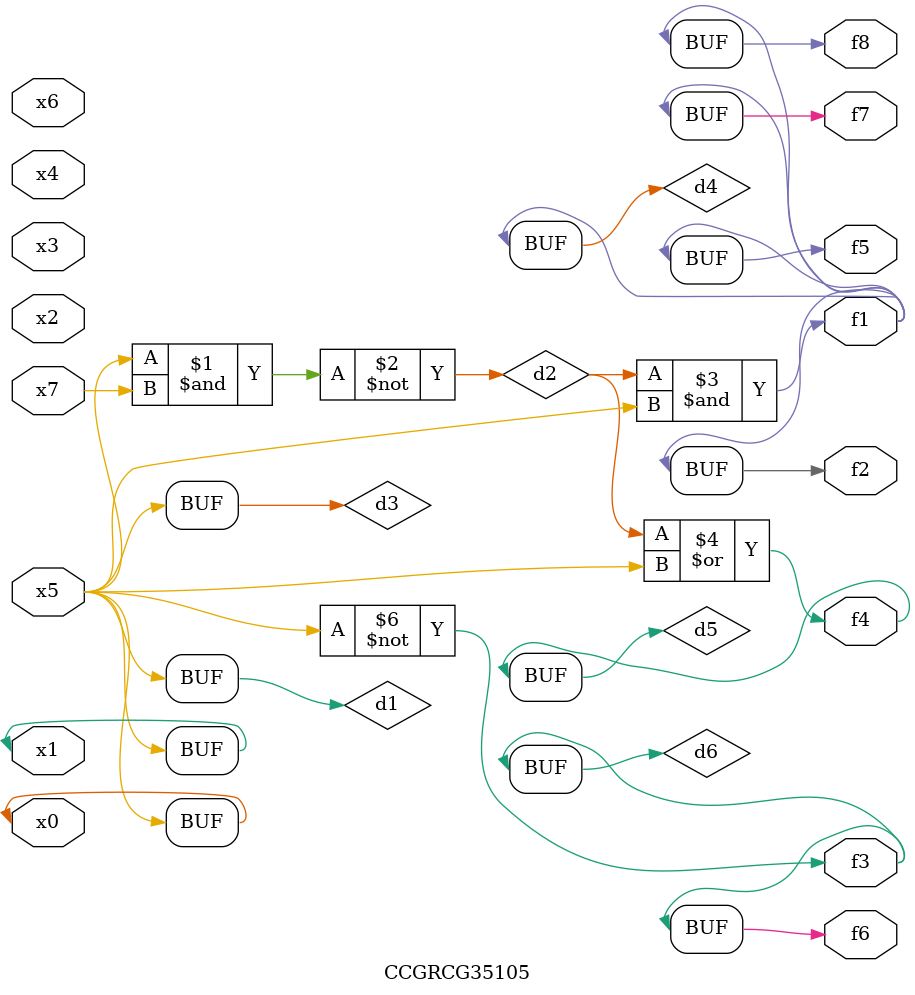
<source format=v>
module CCGRCG35105(
	input x0, x1, x2, x3, x4, x5, x6, x7,
	output f1, f2, f3, f4, f5, f6, f7, f8
);

	wire d1, d2, d3, d4, d5, d6;

	buf (d1, x0, x5);
	nand (d2, x5, x7);
	buf (d3, x0, x1);
	and (d4, d2, d3);
	or (d5, d2, d3);
	nor (d6, d1, d3);
	assign f1 = d4;
	assign f2 = d4;
	assign f3 = d6;
	assign f4 = d5;
	assign f5 = d4;
	assign f6 = d6;
	assign f7 = d4;
	assign f8 = d4;
endmodule

</source>
